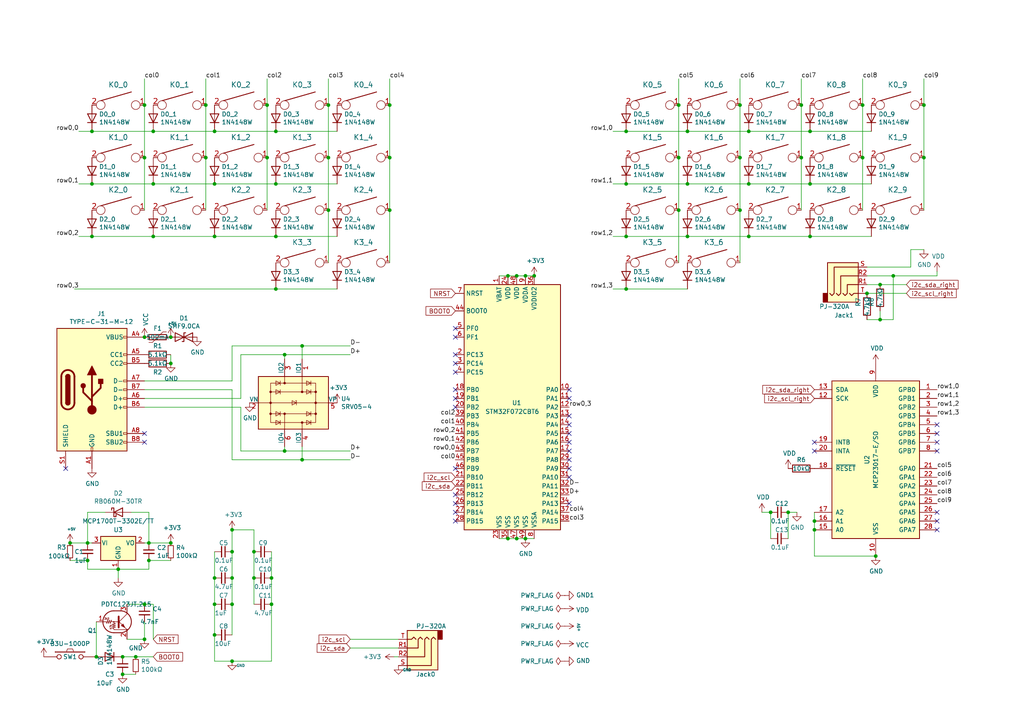
<source format=kicad_sch>
(kicad_sch (version 20230121) (generator eeschema)
  (paper "A4")
  (junction (at 254 161.29))
  (junction (at 35.56 195.58))
  (junction (at 44.45 53.34))
  (junction (at 181.61 68.58))
  (junction (at 80.01 83.82))
  (junction (at 77.47 30.48))
  (junction (at 199.39 38.1))
  (junction (at 234.95 38.1))
  (junction (at 196.85 60.96))
  (junction (at 95.25 30.48))
  (junction (at 59.69 45.72))
  (junction (at 236.22 153.67))
  (junction (at 26.67 53.34))
  (junction (at 43.18 157.48))
  (junction (at 196.85 45.72))
  (junction (at 196.85 30.48))
  (junction (at 67.31 191.77))
  (junction (at 26.67 38.1))
  (junction (at 41.91 97.79))
  (junction (at 62.23 53.34))
  (junction (at 113.03 45.72))
  (junction (at 67.31 160.02))
  (junction (at 234.95 68.58))
  (junction (at 214.63 60.96))
  (junction (at 214.63 30.48))
  (junction (at 62.23 167.64))
  (junction (at 62.23 68.58))
  (junction (at 181.61 83.82))
  (junction (at 214.63 45.72))
  (junction (at 267.97 45.72))
  (junction (at 181.61 53.34))
  (junction (at 228.6 148.59))
  (junction (at 41.91 45.72))
  (junction (at 87.63 133.35))
  (junction (at 67.31 153.67))
  (junction (at 27.94 190.5))
  (junction (at 199.39 68.58))
  (junction (at 152.4 80.01))
  (junction (at 25.4 157.48))
  (junction (at 234.95 53.34))
  (junction (at 41.91 30.48))
  (junction (at 80.01 53.34))
  (junction (at 232.41 45.72))
  (junction (at 80.01 68.58))
  (junction (at 62.23 184.15))
  (junction (at 82.55 102.87))
  (junction (at 250.19 30.48))
  (junction (at 149.86 80.01))
  (junction (at 77.47 45.72))
  (junction (at 62.23 175.26))
  (junction (at 49.53 105.41))
  (junction (at 217.17 53.34))
  (junction (at 34.29 165.1))
  (junction (at 44.45 38.1))
  (junction (at 147.32 80.01))
  (junction (at 255.27 82.55))
  (junction (at 43.18 162.56))
  (junction (at 39.37 190.5))
  (junction (at 25.4 162.56))
  (junction (at 49.53 97.79))
  (junction (at 154.94 80.01))
  (junction (at 41.91 175.26))
  (junction (at 80.01 38.1))
  (junction (at 95.25 45.72))
  (junction (at 251.46 85.09))
  (junction (at 152.4 156.21))
  (junction (at 250.19 45.72))
  (junction (at 95.25 60.96))
  (junction (at 82.55 130.81))
  (junction (at 44.45 68.58))
  (junction (at 78.74 167.64))
  (junction (at 199.39 53.34))
  (junction (at 87.63 100.33))
  (junction (at 73.66 167.64))
  (junction (at 255.27 92.71))
  (junction (at 67.31 167.64))
  (junction (at 20.32 157.48))
  (junction (at 149.86 156.21))
  (junction (at 217.17 38.1))
  (junction (at 41.91 185.42))
  (junction (at 232.41 30.48))
  (junction (at 267.97 30.48))
  (junction (at 67.31 175.26))
  (junction (at 78.74 175.26))
  (junction (at 147.32 156.21))
  (junction (at 259.08 80.01))
  (junction (at 181.61 38.1))
  (junction (at 223.52 148.59))
  (junction (at 113.03 60.96))
  (junction (at 73.66 160.02))
  (junction (at 236.22 151.13))
  (junction (at 26.67 68.58))
  (junction (at 35.56 190.5))
  (junction (at 49.53 157.48))
  (junction (at 217.17 68.58))
  (junction (at 59.69 30.48))
  (junction (at 113.03 30.48))
  (junction (at 62.23 38.1))
  (no_connect (at 271.78 125.73))
  (no_connect (at 132.08 102.87))
  (no_connect (at 132.08 146.05))
  (no_connect (at 271.78 151.13))
  (no_connect (at 132.08 113.03))
  (no_connect (at 41.91 128.27))
  (no_connect (at 271.78 130.81))
  (no_connect (at 132.08 97.79))
  (no_connect (at 132.08 148.59))
  (no_connect (at 236.22 130.81))
  (no_connect (at 165.1 128.27))
  (no_connect (at 165.1 115.57))
  (no_connect (at 271.78 128.27))
  (no_connect (at 132.08 115.57))
  (no_connect (at 165.1 138.43))
  (no_connect (at 165.1 123.19))
  (no_connect (at 132.08 107.95))
  (no_connect (at 165.1 125.73))
  (no_connect (at 41.91 125.73))
  (no_connect (at 132.08 95.25))
  (no_connect (at 271.78 153.67))
  (no_connect (at 236.22 128.27))
  (no_connect (at 19.05 135.89))
  (no_connect (at 165.1 130.81))
  (no_connect (at 132.08 151.13))
  (no_connect (at 132.08 135.89))
  (no_connect (at 165.1 133.35))
  (no_connect (at 132.08 143.51))
  (no_connect (at 388.62 93.98))
  (no_connect (at 165.1 120.65))
  (no_connect (at 271.78 123.19))
  (no_connect (at 132.08 118.11))
  (no_connect (at 165.1 113.03))
  (no_connect (at 165.1 135.89))
  (no_connect (at 271.78 148.59))
  (no_connect (at 132.08 105.41))
  (no_connect (at 165.1 146.05))
  (wire (pts (xy 217.17 68.58) (xy 234.95 68.58)))
  (wire (pts (xy 149.86 156.21) (xy 152.4 156.21)))
  (wire (pts (xy 149.86 80.01) (xy 152.4 80.01)))
  (wire (pts (xy 82.55 130.81) (xy 82.55 129.54)))
  (wire (pts (xy 113.03 45.72) (xy 113.03 60.96)))
  (wire (pts (xy 26.67 53.34) (xy 44.45 53.34)))
  (wire (pts (xy 251.46 77.47) (xy 264.16 77.47)))
  (wire (pts (xy 41.91 118.11) (xy 69.85 118.11)))
  (wire (pts (xy 73.66 167.64) (xy 73.66 175.26)))
  (wire (pts (xy 43.18 157.48) (xy 49.53 157.48)))
  (wire (pts (xy 73.66 160.02) (xy 73.66 167.64)))
  (wire (pts (xy 44.45 68.58) (xy 62.23 68.58)))
  (wire (pts (xy 177.8 68.58) (xy 181.61 68.58)))
  (wire (pts (xy 77.47 30.48) (xy 77.47 45.72)))
  (wire (pts (xy 95.25 30.48) (xy 95.25 45.72)))
  (wire (pts (xy 251.46 80.01) (xy 259.08 80.01)))
  (wire (pts (xy 223.52 156.21) (xy 223.52 148.59)))
  (wire (pts (xy 154.94 156.21) (xy 152.4 156.21)))
  (wire (pts (xy 22.86 68.58) (xy 26.67 68.58)))
  (wire (pts (xy 59.69 30.48) (xy 59.69 45.72)))
  (wire (pts (xy 236.22 148.59) (xy 236.22 151.13)))
  (wire (pts (xy 196.85 76.2) (xy 196.85 60.96)))
  (wire (pts (xy 25.4 157.48) (xy 20.32 157.48)))
  (wire (pts (xy 232.41 30.48) (xy 232.41 45.72)))
  (wire (pts (xy 144.78 156.21) (xy 147.32 156.21)))
  (wire (pts (xy 199.39 38.1) (xy 217.17 38.1)))
  (wire (pts (xy 177.8 38.1) (xy 181.61 38.1)))
  (wire (pts (xy 232.41 45.72) (xy 232.41 60.96)))
  (wire (pts (xy 271.78 80.01) (xy 271.78 78.74)))
  (wire (pts (xy 252.73 38.1) (xy 234.95 38.1)))
  (wire (pts (xy 196.85 30.48) (xy 196.85 45.72)))
  (wire (pts (xy 251.46 85.09) (xy 262.89 85.09)))
  (wire (pts (xy 67.31 153.67) (xy 73.66 153.67)))
  (wire (pts (xy 69.85 130.81) (xy 82.55 130.81)))
  (wire (pts (xy 59.69 22.86) (xy 59.69 30.48)))
  (wire (pts (xy 67.31 113.03) (xy 67.31 133.35)))
  (wire (pts (xy 152.4 80.01) (xy 154.94 80.01)))
  (wire (pts (xy 82.55 102.87) (xy 101.6 102.87)))
  (wire (pts (xy 255.27 92.71) (xy 251.46 92.71)))
  (wire (pts (xy 59.69 45.72) (xy 59.69 60.96)))
  (wire (pts (xy 95.25 22.86) (xy 95.25 30.48)))
  (wire (pts (xy 101.6 187.96) (xy 115.57 187.96)))
  (wire (pts (xy 78.74 167.64) (xy 78.74 160.02)))
  (wire (pts (xy 44.45 53.34) (xy 62.23 53.34)))
  (wire (pts (xy 82.55 130.81) (xy 101.6 130.81)))
  (wire (pts (xy 95.25 45.72) (xy 95.25 60.96)))
  (wire (pts (xy 43.18 148.59) (xy 38.1 148.59)))
  (wire (pts (xy 115.57 190.5) (xy 114.3 190.5)))
  (wire (pts (xy 41.91 185.42) (xy 41.91 180.34)))
  (wire (pts (xy 214.63 45.72) (xy 214.63 60.96)))
  (wire (pts (xy 214.63 22.86) (xy 214.63 30.48)))
  (wire (pts (xy 95.25 76.2) (xy 95.25 60.96)))
  (wire (pts (xy 69.85 118.11) (xy 69.85 130.81)))
  (wire (pts (xy 252.73 53.34) (xy 234.95 53.34)))
  (wire (pts (xy 144.78 80.01) (xy 147.32 80.01)))
  (wire (pts (xy 62.23 175.26) (xy 62.23 184.15)))
  (wire (pts (xy 214.63 60.96) (xy 214.63 76.2)))
  (wire (pts (xy 44.45 190.5) (xy 39.37 190.5)))
  (wire (pts (xy 236.22 153.67) (xy 236.22 161.29)))
  (wire (pts (xy 232.41 22.86) (xy 232.41 30.48)))
  (wire (pts (xy 251.46 82.55) (xy 255.27 82.55)))
  (wire (pts (xy 36.83 185.42) (xy 41.91 185.42)))
  (wire (pts (xy 80.01 53.34) (xy 62.23 53.34)))
  (wire (pts (xy 267.97 30.48) (xy 267.97 45.72)))
  (wire (pts (xy 87.63 133.35) (xy 87.63 129.54)))
  (wire (pts (xy 147.32 156.21) (xy 149.86 156.21)))
  (wire (pts (xy 49.53 102.87) (xy 49.53 105.41)))
  (wire (pts (xy 69.85 115.57) (xy 69.85 102.87)))
  (wire (pts (xy 67.31 160.02) (xy 67.31 167.64)))
  (wire (pts (xy 177.8 53.34) (xy 181.61 53.34)))
  (wire (pts (xy 25.4 157.48) (xy 25.4 148.59)))
  (wire (pts (xy 113.03 76.2) (xy 113.03 60.96)))
  (wire (pts (xy 214.63 30.48) (xy 214.63 45.72)))
  (wire (pts (xy 87.63 133.35) (xy 101.6 133.35)))
  (wire (pts (xy 25.4 148.59) (xy 30.48 148.59)))
  (wire (pts (xy 77.47 45.72) (xy 77.47 60.96)))
  (wire (pts (xy 264.16 77.47) (xy 264.16 72.39)))
  (wire (pts (xy 67.31 100.33) (xy 87.63 100.33)))
  (wire (pts (xy 255.27 92.71) (xy 259.08 92.71)))
  (wire (pts (xy 41.91 115.57) (xy 69.85 115.57)))
  (wire (pts (xy 27.94 180.34) (xy 27.94 190.5)))
  (wire (pts (xy 41.91 45.72) (xy 41.91 60.96)))
  (wire (pts (xy 267.97 45.72) (xy 267.97 60.96)))
  (wire (pts (xy 44.45 38.1) (xy 62.23 38.1)))
  (wire (pts (xy 177.8 83.82) (xy 181.61 83.82)))
  (wire (pts (xy 181.61 38.1) (xy 199.39 38.1)))
  (wire (pts (xy 82.55 102.87) (xy 82.55 104.14)))
  (wire (pts (xy 255.27 90.17) (xy 255.27 92.71)))
  (wire (pts (xy 67.31 160.02) (xy 67.31 153.67)))
  (wire (pts (xy 267.97 22.86) (xy 267.97 30.48)))
  (wire (pts (xy 259.08 80.01) (xy 271.78 80.01)))
  (wire (pts (xy 250.19 30.48) (xy 250.19 45.72)))
  (wire (pts (xy 62.23 191.77) (xy 67.31 191.77)))
  (wire (pts (xy 44.45 185.42) (xy 44.45 175.26)))
  (wire (pts (xy 34.29 165.1) (xy 34.29 167.64)))
  (wire (pts (xy 67.31 133.35) (xy 87.63 133.35)))
  (wire (pts (xy 41.91 22.86) (xy 41.91 30.48)))
  (wire (pts (xy 181.61 83.82) (xy 199.39 83.82)))
  (wire (pts (xy 62.23 184.15) (xy 62.23 191.77)))
  (wire (pts (xy 196.85 22.86) (xy 196.85 30.48)))
  (wire (pts (xy 34.29 165.1) (xy 43.18 165.1)))
  (wire (pts (xy 250.19 22.86) (xy 250.19 30.48)))
  (wire (pts (xy 97.79 38.1) (xy 80.01 38.1)))
  (wire (pts (xy 41.91 30.48) (xy 41.91 45.72)))
  (wire (pts (xy 67.31 110.49) (xy 67.31 100.33)))
  (wire (pts (xy 78.74 175.26) (xy 78.74 167.64)))
  (wire (pts (xy 252.73 68.58) (xy 234.95 68.58)))
  (wire (pts (xy 67.31 175.26) (xy 67.31 184.15)))
  (wire (pts (xy 78.74 191.77) (xy 78.74 175.26)))
  (wire (pts (xy 147.32 80.01) (xy 149.86 80.01)))
  (wire (pts (xy 36.83 175.26) (xy 41.91 175.26)))
  (wire (pts (xy 41.91 113.03) (xy 67.31 113.03)))
  (wire (pts (xy 69.85 102.87) (xy 82.55 102.87)))
  (wire (pts (xy 80.01 68.58) (xy 62.23 68.58)))
  (wire (pts (xy 259.08 92.71) (xy 259.08 80.01)))
  (wire (pts (xy 113.03 30.48) (xy 113.03 45.72)))
  (wire (pts (xy 43.18 162.56) (xy 49.53 162.56)))
  (wire (pts (xy 236.22 161.29) (xy 254 161.29)))
  (wire (pts (xy 67.31 167.64) (xy 67.31 175.26)))
  (wire (pts (xy 220.98 148.59) (xy 223.52 148.59)))
  (wire (pts (xy 41.91 110.49) (xy 67.31 110.49)))
  (wire (pts (xy 250.19 45.72) (xy 250.19 60.96)))
  (wire (pts (xy 231.14 148.59) (xy 228.6 148.59)))
  (wire (pts (xy 255.27 82.55) (xy 262.89 82.55)))
  (wire (pts (xy 181.61 53.34) (xy 199.39 53.34)))
  (wire (pts (xy 26.67 38.1) (xy 44.45 38.1)))
  (wire (pts (xy 25.4 165.1) (xy 34.29 165.1)))
  (wire (pts (xy 196.85 45.72) (xy 196.85 60.96)))
  (wire (pts (xy 22.86 38.1) (xy 26.67 38.1)))
  (wire (pts (xy 35.56 195.58) (xy 39.37 195.58)))
  (wire (pts (xy 26.67 157.48) (xy 25.4 157.48)))
  (wire (pts (xy 25.4 162.56) (xy 25.4 165.1)))
  (wire (pts (xy 97.79 53.34) (xy 80.01 53.34)))
  (wire (pts (xy 80.01 83.82) (xy 97.79 83.82)))
  (wire (pts (xy 236.22 151.13) (xy 236.22 153.67)))
  (wire (pts (xy 62.23 160.02) (xy 62.23 167.64)))
  (wire (pts (xy 228.6 156.21) (xy 228.6 148.59)))
  (wire (pts (xy 87.63 100.33) (xy 87.63 104.14)))
  (wire (pts (xy 22.86 53.34) (xy 26.67 53.34)))
  (wire (pts (xy 97.79 68.58) (xy 80.01 68.58)))
  (wire (pts (xy 199.39 68.58) (xy 217.17 68.58)))
  (wire (pts (xy 87.63 100.33) (xy 101.6 100.33)))
  (wire (pts (xy 77.47 22.86) (xy 77.47 30.48)))
  (wire (pts (xy 181.61 68.58) (xy 199.39 68.58)))
  (wire (pts (xy 20.32 162.56) (xy 25.4 162.56)))
  (wire (pts (xy 234.95 38.1) (xy 217.17 38.1)))
  (wire (pts (xy 21.59 83.82) (xy 80.01 83.82)))
  (wire (pts (xy 73.66 153.67) (xy 73.66 160.02)))
  (wire (pts (xy 264.16 72.39) (xy 267.97 72.39)))
  (wire (pts (xy 234.95 53.34) (xy 217.17 53.34)))
  (wire (pts (xy 44.45 175.26) (xy 41.91 175.26)))
  (wire (pts (xy 199.39 53.34) (xy 217.17 53.34)))
  (wire (pts (xy 67.31 191.77) (xy 78.74 191.77)))
  (wire (pts (xy 43.18 165.1) (xy 43.18 162.56)))
  (wire (pts (xy 26.67 68.58) (xy 44.45 68.58)))
  (wire (pts (xy 41.91 157.48) (xy 43.18 157.48)))
  (wire (pts (xy 43.18 157.48) (xy 43.18 148.59)))
  (wire (pts (xy 101.6 185.42) (xy 115.57 185.42)))
  (wire (pts (xy 39.37 190.5) (xy 35.56 190.5)))
  (wire (pts (xy 80.01 38.1) (xy 62.23 38.1)))
  (wire (pts (xy 113.03 22.86) (xy 113.03 30.48)))
  (wire (pts (xy 62.23 167.64) (xy 62.23 175.26)))
  (label "row1,3" (at 177.8 83.82 180))
  (label "col0" (at 41.91 22.86 0))
  (label "row0,3" (at 165.1 118.11 0))
  (label "col5" (at 196.85 22.86 0))
  (label "row1,3" (at 271.78 120.65 0))
  (label "col6" (at 214.63 22.86 0))
  (label "row0,1" (at 132.08 128.27 180))
  (label "col6" (at 271.78 138.43 0))
  (label "col8" (at 271.78 143.51 0))
  (label "row1,2" (at 271.78 118.11 0))
  (label "D-" (at 101.6 133.35 0))
  (label "col9" (at 271.78 146.05 0))
  (label "row0,3" (at 22.86 83.82 180))
  (label "D-" (at 101.6 100.33 0))
  (label "D+" (at 101.6 130.81 0))
  (label "col4" (at 165.1 148.59 0))
  (label "row0,0" (at 132.08 130.81 180))
  (label "col4" (at 113.03 22.86 0))
  (label "row1,1" (at 177.8 53.34 180))
  (label "col3" (at 95.25 22.86 0))
  (label "row1,0" (at 271.78 113.03 0))
  (label "col1" (at 132.08 123.19 180))
  (label "row1,1" (at 271.78 115.57 0))
  (label "row0,2" (at 22.86 68.58 180))
  (label "D+" (at 165.1 143.51 0))
  (label "col1" (at 59.69 22.86 0))
  (label "row0,0" (at 22.86 38.1 180))
  (label "col3" (at 165.1 151.13 0))
  (label "col8" (at 250.19 22.86 0))
  (label "col5" (at 271.78 135.89 0))
  (label "col7" (at 271.78 140.97 0))
  (label "D-" (at 165.1 140.97 0))
  (label "col2" (at 77.47 22.86 0))
  (label "col9" (at 267.97 22.86 0))
  (label "row0,2" (at 132.08 125.73 180))
  (label "row0,1" (at 22.86 53.34 180))
  (label "row1,2" (at 177.8 68.58 180))
  (label "col7" (at 232.41 22.86 0))
  (label "D+" (at 101.6 102.87 0))
  (label "col2" (at 132.08 120.65 180))
  (label "col0" (at 132.08 133.35 180))
  (label "row1,0" (at 177.8 38.1 180))
  (global_label "BOOT0" (shape input) (at 44.45 190.5 0) (property "Intersheetrefs" "${INTERSHEET_REFS}" (effects hide)))
  (global_label "NRST" (shape input) (at 132.08 85.09 180) (property "Intersheetrefs" "${INTERSHEET_REFS}" (effects hide)))
  (global_label "i2c_scl_right" (shape input) (at 262.89 85.09 0) (property "Intersheetrefs" "${INTERSHEET_REFS}" (effects hide)))
  (global_label "i2c_sda" (shape input) (at 101.6 187.96 180) (property "Intersheetrefs" "${INTERSHEET_REFS}" (effects hide)))
  (global_label "i2c_sda_right" (shape input) (at 236.22 113.03 180) (property "Intersheetrefs" "${INTERSHEET_REFS}" (effects hide)))
  (global_label "i2c_scl" (shape input) (at 101.6 185.42 180) (property "Intersheetrefs" "${INTERSHEET_REFS}" (effects hide)))
  (global_label "i2c_scl" (shape input) (at 132.08 138.43 180) (property "Intersheetrefs" "${INTERSHEET_REFS}" (effects hide)))
  (global_label "i2c_sda" (shape input) (at 132.08 140.97 180) (property "Intersheetrefs" "${INTERSHEET_REFS}" (effects hide)))
  (global_label "NRST" (shape input) (at 44.45 185.42 0) (property "Intersheetrefs" "${INTERSHEET_REFS}" (effects hide)))
  (global_label "BOOT0" (shape input) (at 132.08 90.17 180) (property "Intersheetrefs" "${INTERSHEET_REFS}" (effects hide)))
  (global_label "i2c_sda_right" (shape input) (at 262.89 82.55 0) (property "Intersheetrefs" "${INTERSHEET_REFS}" (effects hide)))
  (global_label "i2c_scl_right" (shape input) (at 236.22 115.57 180) (property "Intersheetrefs" "${INTERSHEET_REFS}" (effects hide)))
  (symbol (lib_id "Interface_Expansion:MCP23017_SO") (at 254 133.35 0) (unit 1)
    (property "Reference" "U2" (at 251.46 133.35 90))
    (property "Value" "MCP23017-E/SO" (at 254 133.35 90))
    (property "Footprint" "Package_SO:SOIC-28W_7.5x17.9mm_P1.27mm" (effects hide))
    (property "Datasheet" "http://ww1.microchip.com/downloads/en/DeviceDoc/20001952C.pdf" (effects hide))
    (property "LCSC Part" "C47023" (effects hide))
    (property "Part Name" "I/O Expander" (effects hide))
  )
  (symbol (lib_id "Device:R") (at 45.72 102.87 270) (unit 1)
    (property "Reference" "R1" (at 45.72 100.33 90))
    (property "Value" "5.1kΩ" (at 45.72 102.87 90))
    (property "Footprint" "Resistor_SMD:R_0805_2012Metric_Pad1.15x1.40mm_HandSolder" (effects hide))
    (property "LCSC Part" "C27834" (effects hide))
    (property "Part Name" "Resistor" (effects hide))
  )
  (symbol (lib_id "Device:R") (at 45.72 105.41 270) (unit 1)
    (property "Reference" "R2" (at 45.72 107.95 90))
    (property "Value" "5.1kΩ" (at 45.72 105.41 90))
    (property "Footprint" "Resistor_SMD:R_0805_2012Metric_Pad1.15x1.40mm_HandSolder" (effects hide))
    (property "LCSC Part" "C27834" (effects hide))
    (property "Part Name" "Resistor" (effects hide))
  )
  (symbol (lib_id "Device:C_Small") (at 226.06 148.59 270) (unit 1)
    (property "Reference" "C12" (at 224.79 146.05 90) (effects (justify left)))
    (property "Value" "0.1uF" (at 223.52 151.13 90) (effects (justify left)))
    (property "Footprint" "Capacitor_SMD:C_0805_2012Metric_Pad1.15x1.40mm_HandSolder" (effects hide))
    (property "LCSC Part" "C49678" (effects hide))
    (property "Part Name" "Capacitor" (effects hide))
  )
  (symbol (lib_id "keyboard_parts:KEYSW") (at 34.29 30.48 0) (unit 1)
    (property "Reference" "K0_0" (at 34.29 24.5618 0) (effects (font (size 1.524 1.524))))
    (property "Value" "KEYSW" (effects hide))
    (property "Footprint" "switches:MX" (effects hide))
    (property "DNP" "true" (effects hide))
    (property "JLCPCB BOM" "false" (effects hide))
    (property "Part Name" "Key" (effects hide))
  )
  (symbol (lib_id "Device:D") (at 26.67 34.29 90) (unit 1)
    (property "Reference" "D0_0" (at 28.702 33.1216 90) (effects (justify right)))
    (property "Value" "1N4148W" (at 28.702 35.433 90) (effects (justify right)))
    (property "Footprint" "Diode_SMD:D_SOD-123" (effects hide))
    (property "LCSC Part" "C81598" (effects hide))
    (property "Part Name" "Diode" (effects hide))
  )
  (symbol (lib_id "keyboard_parts:KEYSW") (at 34.29 45.72 0) (unit 1)
    (property "Reference" "K1_0" (at 34.29 39.8018 0) (effects (font (size 1.524 1.524))))
    (property "Value" "KEYSW" (effects hide))
    (property "Footprint" "switches:MX" (effects hide))
    (property "DNP" "true" (effects hide))
    (property "JLCPCB BOM" "false" (effects hide))
    (property "Part Name" "Key" (effects hide))
  )
  (symbol (lib_id "Device:D") (at 26.67 49.53 90) (unit 1)
    (property "Reference" "D1_0" (at 28.702 48.3616 90) (effects (justify right)))
    (property "Value" "1N4148W" (at 28.702 50.673 90) (effects (justify right)))
    (property "Footprint" "Diode_SMD:D_SOD-123" (effects hide))
    (property "LCSC Part" "C81598" (effects hide))
    (property "Part Name" "Diode" (effects hide))
  )
  (symbol (lib_id "Device:D") (at 44.45 34.29 90) (unit 1)
    (property "Reference" "D0_1" (at 46.482 33.1216 90) (effects (justify right)))
    (property "Value" "1N4148W" (at 46.482 35.433 90) (effects (justify right)))
    (property "Footprint" "Diode_SMD:D_SOD-123" (effects hide))
    (property "LCSC Part" "C81598" (effects hide))
    (property "Part Name" "Diode" (effects hide))
  )
  (symbol (lib_id "Device:D") (at 44.45 49.53 90) (unit 1)
    (property "Reference" "D1_1" (at 46.482 48.3616 90) (effects (justify right)))
    (property "Value" "1N4148W" (at 46.482 50.673 90) (effects (justify right)))
    (property "Footprint" "Diode_SMD:D_SOD-123" (effects hide))
    (property "LCSC Part" "C81598" (effects hide))
    (property "Part Name" "Diode" (effects hide))
  )
  (symbol (lib_id "keyboard_parts:KEYSW") (at 52.07 45.72 0) (unit 1)
    (property "Reference" "K1_1" (at 52.07 39.8018 0) (effects (font (size 1.524 1.524))))
    (property "Value" "KEYSW" (effects hide))
    (property "Footprint" "switches:MX" (effects hide))
    (property "DNP" "true" (effects hide))
    (property "JLCPCB BOM" "false" (effects hide))
    (property "Part Name" "Key" (effects hide))
  )
  (symbol (lib_id "keyboard_parts:KEYSW") (at 69.85 30.48 0) (unit 1)
    (property "Reference" "K0_2" (at 69.85 24.5618 0) (effects (font (size 1.524 1.524))))
    (property "Value" "KEYSW" (effects hide))
    (property "Footprint" "switches:MX" (effects hide))
    (property "DNP" "true" (effects hide))
    (property "JLCPCB BOM" "false" (effects hide))
    (property "Part Name" "Key" (effects hide))
  )
  (symbol (lib_id "Device:D") (at 62.23 34.29 90) (unit 1)
    (property "Reference" "D0_2" (at 64.262 33.1216 90) (effects (justify right)))
    (property "Value" "1N4148W" (at 64.262 35.433 90) (effects (justify right)))
    (property "Footprint" "Diode_SMD:D_SOD-123" (effects hide))
    (property "LCSC Part" "C81598" (effects hide))
    (property "Part Name" "Diode" (effects hide))
  )
  (symbol (lib_id "keyboard_parts:KEYSW") (at 52.07 30.48 0) (unit 1)
    (property "Reference" "K0_1" (at 52.07 24.5618 0) (effects (font (size 1.524 1.524))))
    (property "Value" "KEYSW" (effects hide))
    (property "Footprint" "switches:MX" (effects hide))
    (property "DNP" "true" (effects hide))
    (property "JLCPCB BOM" "false" (effects hide))
    (property "Part Name" "Key" (effects hide))
  )
  (symbol (lib_id "keyboard_parts:KEYSW") (at 69.85 45.72 0) (unit 1)
    (property "Reference" "K1_2" (at 69.85 39.8018 0) (effects (font (size 1.524 1.524))))
    (property "Value" "KEYSW" (effects hide))
    (property "Footprint" "switches:MX" (effects hide))
    (property "DNP" "true" (effects hide))
    (property "JLCPCB BOM" "false" (effects hide))
    (property "Part Name" "Key" (effects hide))
  )
  (symbol (lib_id "Device:D") (at 62.23 49.53 90) (unit 1)
    (property "Reference" "D1_2" (at 64.262 48.3616 90) (effects (justify right)))
    (property "Value" "1N4148W" (at 64.262 50.673 90) (effects (justify right)))
    (property "Footprint" "Diode_SMD:D_SOD-123" (effects hide))
    (property "LCSC Part" "C81598" (effects hide))
    (property "Part Name" "Diode" (effects hide))
  )
  (symbol (lib_id "keyboard_parts:KEYSW") (at 34.29 60.96 0) (unit 1)
    (property "Reference" "K2_0" (at 34.29 55.0418 0) (effects (font (size 1.524 1.524))))
    (property "Value" "KEYSW" (effects hide))
    (property "Footprint" "switches:MX" (effects hide))
    (property "DNP" "true" (effects hide))
    (property "JLCPCB BOM" "false" (effects hide))
    (property "Part Name" "Key" (effects hide))
  )
  (symbol (lib_id "Device:D") (at 26.67 64.77 90) (unit 1)
    (property "Reference" "D2_0" (at 28.702 63.6016 90) (effects (justify right)))
    (property "Value" "1N4148W" (at 28.702 65.913 90) (effects (justify right)))
    (property "Footprint" "Diode_SMD:D_SOD-123" (effects hide))
    (property "LCSC Part" "C81598" (effects hide))
    (property "Part Name" "Diode" (effects hide))
  )
  (symbol (lib_id "keyboard_parts:KEYSW") (at 52.07 60.96 0) (unit 1)
    (property "Reference" "K2_1" (at 52.07 55.0418 0) (effects (font (size 1.524 1.524))))
    (property "Value" "KEYSW" (effects hide))
    (property "Footprint" "switches:MX" (effects hide))
    (property "DNP" "true" (effects hide))
    (property "JLCPCB BOM" "false" (effects hide))
    (property "Part Name" "Key" (effects hide))
  )
  (symbol (lib_id "keyboard_parts:KEYSW") (at 69.85 60.96 0) (unit 1)
    (property "Reference" "K2_2" (at 69.85 55.0418 0) (effects (font (size 1.524 1.524))))
    (property "Value" "KEYSW" (effects hide))
    (property "Footprint" "switches:MX" (effects hide))
    (property "DNP" "true" (effects hide))
    (property "JLCPCB BOM" "false" (effects hide))
    (property "Part Name" "Key" (effects hide))
  )
  (symbol (lib_id "Device:D") (at 44.45 64.77 90) (unit 1)
    (property "Reference" "D2_1" (at 46.482 63.6016 90) (effects (justify right)))
    (property "Value" "1N4148W" (at 46.482 65.913 90) (effects (justify right)))
    (property "Footprint" "Diode_SMD:D_SOD-123" (effects hide))
    (property "LCSC Part" "C81598" (effects hide))
    (property "Part Name" "Diode" (effects hide))
  )
  (symbol (lib_id "Device:D") (at 62.23 64.77 90) (unit 1)
    (property "Reference" "D2_2" (at 64.262 63.6016 90) (effects (justify right)))
    (property "Value" "1N4148W" (at 64.262 65.913 90) (effects (justify right)))
    (property "Footprint" "Diode_SMD:D_SOD-123" (effects hide))
    (property "LCSC Part" "C81598" (effects hide))
    (property "Part Name" "Diode" (effects hide))
  )
  (symbol (lib_id "keyboard_parts:KEYSW") (at 87.63 30.48 0) (unit 1)
    (property "Reference" "K0_3" (at 87.63 24.5618 0) (effects (font (size 1.524 1.524))))
    (property "Value" "KEYSW" (effects hide))
    (property "Footprint" "switches:MX" (effects hide))
    (property "DNP" "true" (effects hide))
    (property "JLCPCB BOM" "false" (effects hide))
    (property "Part Name" "Key" (effects hide))
  )
  (symbol (lib_id "keyboard_parts:KEYSW") (at 87.63 45.72 0) (unit 1)
    (property "Reference" "K1_3" (at 87.63 39.8018 0) (effects (font (size 1.524 1.524))))
    (property "Value" "KEYSW" (effects hide))
    (property "Footprint" "switches:MX" (effects hide))
    (property "DNP" "true" (effects hide))
    (property "JLCPCB BOM" "false" (effects hide))
    (property "Part Name" "Key" (effects hide))
  )
  (symbol (lib_id "keyboard_parts:KEYSW") (at 87.63 60.96 0) (unit 1)
    (property "Reference" "K2_3" (at 87.63 55.0418 0) (effects (font (size 1.524 1.524))))
    (property "Value" "KEYSW" (effects hide))
    (property "Footprint" "switches:MX" (effects hide))
    (property "DNP" "true" (effects hide))
    (property "JLCPCB BOM" "false" (effects hide))
    (property "Part Name" "Key" (effects hide))
  )
  (symbol (lib_id "Device:D") (at 80.01 34.29 90) (unit 1)
    (property "Reference" "D0_3" (at 82.042 33.1216 90) (effects (justify right)))
    (property "Value" "1N4148W" (at 82.042 35.433 90) (effects (justify right)))
    (property "Footprint" "Diode_SMD:D_SOD-123" (effects hide))
    (property "LCSC Part" "C81598" (effects hide))
    (property "Part Name" "Diode" (effects hide))
  )
  (symbol (lib_id "Device:D") (at 80.01 49.53 90) (unit 1)
    (property "Reference" "D1_3" (at 82.042 48.3616 90) (effects (justify right)))
    (property "Value" "1N4148W" (at 82.042 50.673 90) (effects (justify right)))
    (property "Footprint" "Diode_SMD:D_SOD-123" (effects hide))
    (property "LCSC Part" "C81598" (effects hide))
    (property "Part Name" "Diode" (effects hide))
  )
  (symbol (lib_id "Device:D") (at 80.01 64.77 90) (unit 1)
    (property "Reference" "D2_3" (at 82.042 63.6016 90) (effects (justify right)))
    (property "Value" "1N4148W" (at 82.042 65.913 90) (effects (justify right)))
    (property "Footprint" "Diode_SMD:D_SOD-123" (effects hide))
    (property "LCSC Part" "C81598" (effects hide))
    (property "Part Name" "Diode" (effects hide))
  )
  (symbol (lib_id "keyboard_parts:KEYSW") (at 105.41 30.48 0) (unit 1)
    (property "Reference" "K0_4" (at 105.41 24.5618 0) (effects (font (size 1.524 1.524))))
    (property "Value" "KEYSW" (effects hide))
    (property "Footprint" "switches:MX" (effects hide))
    (property "DNP" "true" (effects hide))
    (property "JLCPCB BOM" "false" (effects hide))
    (property "Part Name" "Key" (effects hide))
  )
  (symbol (lib_id "Device:D") (at 97.79 34.29 90) (unit 1)
    (property "Reference" "D0_4" (at 99.822 33.1216 90) (effects (justify right)))
    (property "Value" "1N4148W" (at 99.822 35.433 90) (effects (justify right)))
    (property "Footprint" "Diode_SMD:D_SOD-123" (effects hide))
    (property "LCSC Part" "C81598" (effects hide))
    (property "Part Name" "Diode" (effects hide))
  )
  (symbol (lib_id "keyboard_parts:KEYSW") (at 105.41 45.72 0) (unit 1)
    (property "Reference" "K1_4" (at 105.41 39.8018 0) (effects (font (size 1.524 1.524))))
    (property "Value" "KEYSW" (effects hide))
    (property "Footprint" "switches:MX" (effects hide))
    (property "DNP" "true" (effects hide))
    (property "JLCPCB BOM" "false" (effects hide))
    (property "Part Name" "Key" (effects hide))
  )
  (symbol (lib_id "Device:D") (at 97.79 49.53 90) (unit 1)
    (property "Reference" "D1_4" (at 99.822 48.3616 90) (effects (justify right)))
    (property "Value" "1N4148W" (at 99.822 50.673 90) (effects (justify right)))
    (property "Footprint" "Diode_SMD:D_SOD-123" (effects hide))
    (property "LCSC Part" "C81598" (effects hide))
    (property "Part Name" "Diode" (effects hide))
  )
  (symbol (lib_id "keyboard_parts:KEYSW") (at 105.41 60.96 0) (unit 1)
    (property "Reference" "K2_4" (at 105.41 55.0418 0) (effects (font (size 1.524 1.524))))
    (property "Value" "KEYSW" (effects hide))
    (property "Footprint" "switches:MX" (effects hide))
    (property "DNP" "true" (effects hide))
    (property "JLCPCB BOM" "false" (effects hide))
    (property "Part Name" "Key" (effects hide))
  )
  (symbol (lib_id "Device:D") (at 97.79 64.77 90) (unit 1)
    (property "Reference" "D2_4" (at 99.822 63.6016 90) (effects (justify right)))
    (property "Value" "1N4148W" (at 99.822 65.913 90) (effects (justify right)))
    (property "Footprint" "Diode_SMD:D_SOD-123" (effects hide))
    (property "LCSC Part" "C81598" (effects hide))
    (property "Part Name" "Diode" (effects hide))
  )
  (symbol (lib_id "keyboard_parts:KEYSW") (at 87.63 76.2 0) (unit 1)
    (property "Reference" "K3_3" (at 87.63 70.2818 0) (effects (font (size 1.524 1.524))))
    (property "Value" "KEYSW" (effects hide))
    (property "Footprint" "switches:MX" (effects hide))
    (property "DNP" "true" (effects hide))
    (property "JLCPCB BOM" "false" (effects hide))
    (property "Part Name" "Key" (effects hide))
  )
  (symbol (lib_id "keyboard_parts:KEYSW") (at 105.41 76.2 0) (unit 1)
    (property "Reference" "K3_4" (at 105.41 70.2818 0) (effects (font (size 1.524 1.524))))
    (property "Value" "KEYSW" (effects hide))
    (property "Footprint" "switches:MX" (effects hide))
    (property "DNP" "true" (effects hide))
    (property "JLCPCB BOM" "false" (effects hide))
    (property "Part Name" "Key" (effects hide))
  )
  (symbol (lib_id "Device:D") (at 80.01 80.01 90) (unit 1)
    (property "Reference" "D3_3" (at 82.042 78.8416 90) (effects (justify right)))
    (property "Value" "1N4148W" (at 82.042 81.153 90) (effects (justify right)))
    (property "Footprint" "Diode_SMD:D_SOD-123" (effects hide))
    (property "LCSC Part" "C81598" (effects hide))
    (property "Part Name" "Diode" (effects hide))
  )
  (symbol (lib_id "Device:D") (at 97.79 80.01 90) (unit 1)
    (property "Reference" "D3_4" (at 99.822 78.8416 90) (effects (justify right)))
    (property "Value" "1N4148W" (at 99.822 81.153 90) (effects (justify right)))
    (property "Footprint" "Diode_SMD:D_SOD-123" (effects hide))
    (property "LCSC Part" "C81598" (effects hide))
    (property "Part Name" "Diode" (effects hide))
  )
  (symbol (lib_id "Connector:USB_C_Receptacle_USB2.0") (at 26.67 113.03 0) (unit 1)
    (property "Reference" "J1" (at 29.3878 91.0082 0))
    (property "Value" "TYPE-C-31-M-12" (at 29.3878 93.3196 0))
    (property "Footprint" "Connector_USB:USB_C_Receptacle_HRO_TYPE-C-31-M-12" (effects hide))
    (property "Datasheet" "https://www.usb.org/sites/default/files/documents/usb_type-c.zip" (effects hide))
    (property "LCSC Part" "C165948" (effects hide))
    (property "Part Name" "USB C" (effects hide))
  )
  (symbol (lib_id "Device:Polyfuse") (at 45.72 97.79 270) (unit 1)
    (property "Reference" "F1" (at 45.72 95.25 90))
    (property "Value" "500mA" (at 45.72 97.79 90))
    (property "Footprint" "Fuse:Fuse_1206_3216Metric" (effects hide))
    (property "LCSC Part" "C151162" (effects hide))
    (property "Part Name" "Polyfuse" (effects hide))
  )
  (symbol (lib_id "power:+5V") (at 49.53 97.79 0) (unit 1)
    (property "Reference" "#PWR0102" (effects hide))
    (property "Value" "+5V" (at 49.911 93.7768 0) (effects (font (size 0.762 0.762))))
  )
  (symbol (lib_id "Connector:AudioJack4") (at 246.38 80.01 0) (unit 1)
    (property "Reference" "Jack1" (at 247.65 91.44 0) (effects (justify right)))
    (property "Value" "PJ-320A" (at 246.38 88.9 0) (effects (justify right)))
    (property "Footprint" "kbd:TRRS-PJ-320A" (effects hide))
    (property "LCSC Part" "C12569" (effects hide))
    (property "Part Name" "TRRS Jack" (effects hide))
  )
  (symbol (lib_id "power:GND") (at 115.57 193.04 0) (unit 1)
    (property "Reference" "#PWR0106" (effects hide))
    (property "Value" "GND" (at 116.84 194.31 0) (effects (font (size 0.762 0.762)) (justify left)))
  )
  (symbol (lib_id "power:VCC") (at 41.91 97.79 0) (unit 1)
    (property "Reference" "#PWR0109" (effects hide))
    (property "Value" "VCC" (at 42.291 94.5642 90) (effects (justify left)))
  )
  (symbol (lib_id "MCU_ST_STM32F0:STM32F072CBUx") (at 149.86 118.11 0) (unit 1)
    (property "Reference" "U1" (at 149.86 116.84 0))
    (property "Value" "STM32F072CBT6" (at 148.59 119.38 0))
    (property "Footprint" "breakout_pins:Dual_MCU_QFP_QFN_48_with_breakout_pins" (effects hide))
    (property "Datasheet" "http://www.st.com/st-web-ui/static/active/en/resource/technical/document/datasheet/DM00090510.pdf" (effects hide))
    (property "LCSC Part" "C81720" (effects hide))
    (property "Part Name" "MCU" (effects hide))
  )
  (symbol (lib_id "Power_Protection:SRV05-4") (at 85.09 116.84 270) (unit 1)
    (property "Reference" "U4" (at 98.9076 115.6716 90) (effects (justify left)))
    (property "Value" "SRV05-4" (at 98.9076 117.983 90) (effects (justify left)))
    (property "Footprint" "Package_TO_SOT_SMD:SOT-23-6" (effects hide))
    (property "Datasheet" "http://www.onsemi.com/pub/Collateral/SRV05-4-D.PDF" (effects hide))
    (property "LCSC Part" "C558418" (effects hide))
    (property "Part Name" "TVS Diode Array" (effects hide))
  )
  (symbol (lib_id "power:GND") (at 254 161.29 0) (unit 1)
    (property "Reference" "#PWR0118" (effects hide))
    (property "Value" "GND" (at 254.127 165.6842 0))
  )
  (symbol (lib_id "power:GND") (at 231.14 148.59 0) (unit 1)
    (property "Reference" "#PWR0120" (effects hide))
    (property "Value" "GND" (at 231.267 152.9842 0))
  )
  (symbol (lib_id "power:+3.3V") (at 154.94 80.01 0) (unit 1)
    (property "Reference" "#PWR0101" (effects hide))
    (property "Value" "+3.3V" (at 155.321 75.6158 0))
  )
  (symbol (lib_id "Device:C_Small") (at 35.56 193.04 0) (unit 1)
    (property "Reference" "C3" (at 30.48 195.58 0) (effects (justify left)))
    (property "Value" "10uF" (at 27.94 198.12 0) (effects (justify left)))
    (property "Footprint" "Capacitor_SMD:C_0805_2012Metric_Pad1.15x1.40mm_HandSolder" (effects hide))
    (property "LCSC Part" "C17024" (effects hide))
    (property "Part Name" "Capacitor" (effects hide))
  )
  (symbol (lib_id "Device:R_Small") (at 39.37 193.04 0) (unit 1)
    (property "Reference" "R5" (at 40.8686 191.8716 0) (effects (justify left)))
    (property "Value" "100kΩ" (at 40.8686 194.183 0) (effects (justify left)))
    (property "Footprint" "Resistor_SMD:R_0805_2012Metric_Pad1.15x1.40mm_HandSolder" (effects hide))
    (property "LCSC Part" "C149504" (effects hide))
    (property "Part Name" "Resistor" (effects hide))
  )
  (symbol (lib_id "Device:D") (at 31.75 190.5 180) (unit 1)
    (property "Reference" "D3" (at 29.21 193.04 90) (effects (justify right)))
    (property "Value" "1N4148W" (at 31.75 193.04 90) (effects (justify right)))
    (property "Footprint" "Diode_SMD:D_SOD-123" (effects hide))
    (property "LCSC Part" "C81598" (effects hide))
    (property "Part Name" "Diode" (effects hide))
  )
  (symbol (lib_id "power:GND") (at 72.39 116.84 0) (unit 1)
    (property "Reference" "#PWR0128" (effects hide))
    (property "Value" "GND" (at 72.517 121.2342 0))
  )
  (symbol (lib_id "power:+3.3V") (at 97.79 116.84 0) (unit 1)
    (property "Reference" "#PWR0129" (effects hide))
    (property "Value" "+3.3V" (at 98.171 112.4458 0))
  )
  (symbol (lib_id "keyboard_parts:SW_PUSH") (at 20.32 190.5 0) (unit 1)
    (property "Reference" "SW1" (at 20.32 190.5 0))
    (property "Value" "B3U-1000P" (at 20.32 186.69 0))
    (property "Footprint" "Button_Switch_SMD:SW_SPST_B3U-1000P" (effects hide))
    (property "LCSC Part" "C231329" (effects hide))
    (property "Part Name" "Reset" (effects hide))
  )
  (symbol (lib_id "power:+3.3V") (at 12.7 190.5 0) (unit 1)
    (property "Reference" "#PWR0104" (effects hide))
    (property "Value" "+3.3V" (at 13.081 186.1058 0))
  )
  (symbol (lib_id "Device:C_Small") (at 41.91 177.8 0) (unit 1)
    (property "Reference" "C4" (at 44.2468 176.6316 0) (effects (justify left)))
    (property "Value" "4.7nF" (at 40.64 180.34 0) (effects (justify left)))
    (property "Footprint" "Capacitor_SMD:C_0805_2012Metric_Pad1.15x1.40mm_HandSolder" (effects hide))
    (property "LCSC Part" "C717014" (effects hide))
    (property "Part Name" "Capacitor" (effects hide))
  )
  (symbol (lib_id "Transistor_BJT:DTC123J") (at 34.29 180.34 0) (unit 1)
    (property "Reference" "Q1" (at 25.4 182.88 0) (effects (justify left)))
    (property "Value" "PDTC123JT,215" (at 29.21 175.26 0) (effects (justify left)))
    (property "Footprint" "Package_TO_SOT_SMD:SOT-23" (effects hide))
    (property "LCSC Part" "C406040" (effects hide))
    (property "Part Name" "NPN Transistor" (effects hide))
  )
  (symbol (lib_id "Device:D_TVS") (at 53.34 97.79 0) (unit 1)
    (property "Reference" "D1" (at 53.34 92.2782 0))
    (property "Value" "SMF9.0CA" (at 53.34 94.5896 0))
    (property "Footprint" "Diode_SMD:D_SOD-123" (effects hide))
    (property "LCSC Part" "C435473" (effects hide))
    (property "Part Name" "Bidirectional Diode" (effects hide))
  )
  (symbol (lib_id "Regulator_Linear:MCP1700-3302E_SOT23") (at 34.29 157.48 0) (unit 1)
    (property "Reference" "U3" (at 34.29 153.67 0))
    (property "Value" "MCP1700T-3302E/TT" (at 34.29 151.13 0))
    (property "Footprint" "Package_TO_SOT_SMD:SOT-23" (effects hide))
    (property "Datasheet" "http://ww1.microchip.com/downloads/en/DeviceDoc/20001826D.pdf" (effects hide))
    (property "LCSC Part" "C39051" (effects hide))
    (property "Part Name" "Dropout Regulator" (effects hide))
  )
  (symbol (lib_id "Diode:SB160") (at 34.29 148.59 0) (unit 1)
    (property "Reference" "D2" (at 34.29 143.0782 0))
    (property "Value" "RB060M-30TR" (at 34.29 145.3896 0))
    (property "Footprint" "Diode_SMD:D_SOD-123" (effects hide))
    (property "Datasheet" "http://www.diodes.com/_files/datasheets/ds23022.pdf" (effects hide))
    (property "LCSC Part" "C559324" (effects hide))
    (property "Part Name" "Schottky Barrier Diode" (effects hide))
  )
  (symbol (lib_id "power:VDD") (at 271.78 78.74 0) (unit 1)
    (property "Reference" "#PWR0130" (effects hide))
    (property "Value" "VDD" (at 272.161 74.3458 0))
  )
  (symbol (lib_id "power:GND") (at 267.97 72.39 0) (unit 1)
    (property "Reference" "#PWR0131" (effects hide))
    (property "Value" "GND" (at 268.097 76.7842 0))
  )
  (symbol (lib_id "Device:C_Small") (at 43.18 160.02 0) (unit 1)
    (property "Reference" "C2" (at 45.5168 158.8516 0) (effects (justify left)))
    (property "Value" "1uF" (at 45.5168 161.163 0) (effects (justify left)))
    (property "Footprint" "Capacitor_SMD:C_0805_2012Metric_Pad1.15x1.40mm_HandSolder" (effects hide))
    (property "LCSC Part" "C28323" (effects hide))
    (property "Part Name" "Capacitor" (effects hide))
  )
  (symbol (lib_id "Device:R_Small") (at 49.53 160.02 0) (unit 1)
    (property "Reference" "R4" (at 51.0286 158.8516 0) (effects (justify left)))
    (property "Value" "100kΩ" (at 51.0286 161.163 0) (effects (justify left)))
    (property "Footprint" "Resistor_SMD:R_0805_2012Metric_Pad1.15x1.40mm_HandSolder" (effects hide))
    (property "LCSC Part" "C149504" (effects hide))
    (property "Part Name" "Resistor" (effects hide))
  )
  (symbol (lib_id "Device:C_Small") (at 25.4 160.02 0) (unit 1)
    (property "Reference" "C1" (at 21.59 160.02 0) (effects (justify left)))
    (property "Value" "1uF" (at 21.59 162.56 0) (effects (justify left)))
    (property "Footprint" "Capacitor_SMD:C_0805_2012Metric_Pad1.15x1.40mm_HandSolder" (effects hide))
    (property "LCSC Part" "C28323" (effects hide))
    (property "Part Name" "Capacitor" (effects hide))
  )
  (symbol (lib_id "Device:R_Small") (at 20.32 160.02 0) (unit 1)
    (property "Reference" "R3" (at 16.51 158.75 0) (effects (justify left)))
    (property "Value" "100kΩ" (at 13.97 161.29 0) (effects (justify left)))
    (property "Footprint" "Resistor_SMD:R_0805_2012Metric_Pad1.15x1.40mm_HandSolder" (effects hide))
    (property "LCSC Part" "C149504" (effects hide))
    (property "Part Name" "Resistor" (effects hide))
  )
  (symbol (lib_id "power:+5V") (at 20.32 157.48 0) (unit 1)
    (property "Reference" "#PWR0113" (effects hide))
    (property "Value" "+5V" (at 20.701 153.4668 0) (effects (font (size 0.762 0.762))))
  )
  (symbol (lib_id "power:+3.3V") (at 49.53 157.48 0) (unit 1)
    (property "Reference" "#PWR0114" (effects hide))
    (property "Value" "+3.3V" (at 49.911 153.0858 0))
  )
  (symbol (lib_id "Device:C_Small") (at 64.77 175.26 270) (unit 1)
    (property "Reference" "C7" (at 63.5 172.72 90) (effects (justify left)))
    (property "Value" "1uF" (at 62.23 177.8 90) (effects (justify left)))
    (property "Footprint" "Capacitor_SMD:C_0805_2012Metric_Pad1.15x1.40mm_HandSolder" (effects hide))
    (property "LCSC Part" "C28323" (effects hide))
    (property "Part Name" "Capacitor" (effects hide))
  )
  (symbol (lib_id "Device:C_Small") (at 64.77 167.64 270) (unit 1)
    (property "Reference" "C6" (at 63.5 165.1 90) (effects (justify left)))
    (property "Value" "4.7uF" (at 62.23 170.18 90) (effects (justify left)))
    (property "Footprint" "Capacitor_SMD:C_0805_2012Metric_Pad1.15x1.40mm_HandSolder" (effects hide))
    (property "LCSC Part" "C87998	" (effects hide))
    (property "Part Name" "Capacitor" (effects hide))
  )
  (symbol (lib_id "Device:C_Small") (at 64.77 184.15 270) (unit 1)
    (property "Reference" "C8" (at 63.5 181.61 90) (effects (justify left)))
    (property "Value" "10uF" (at 62.23 186.69 90) (effects (justify left)))
    (property "Footprint" "Capacitor_SMD:C_0805_2012Metric_Pad1.15x1.40mm_HandSolder" (effects hide))
    (property "LCSC Part" "C17024" (effects hide))
    (property "Part Name" "Capacitor" (effects hide))
  )
  (symbol (lib_id "Device:C_Small") (at 64.77 160.02 270) (unit 1)
    (property "Reference" "C5" (at 63.5 157.48 90) (effects (justify left)))
    (property "Value" "0.1uF" (at 62.23 162.56 90) (effects (justify left)))
    (property "Footprint" "Capacitor_SMD:C_0805_2012Metric_Pad1.15x1.40mm_HandSolder" (effects hide))
    (property "LCSC Part" "C49678" (effects hide))
    (property "Part Name" "Capacitor" (effects hide))
  )
  (symbol (lib_id "Device:C_Small") (at 76.2 160.02 270) (unit 1)
    (property "Reference" "C9" (at 74.93 157.48 90) (effects (justify left)))
    (property "Value" "0.1uF" (at 73.66 162.56 90) (effects (justify left)))
    (property "Footprint" "Capacitor_SMD:C_0805_2012Metric_Pad1.15x1.40mm_HandSolder" (effects hide))
    (property "LCSC Part" "C49678" (effects hide))
    (property "Part Name" "Capacitor" (effects hide))
  )
  (symbol (lib_id "Device:C_Small") (at 76.2 167.64 270) (unit 1)
    (property "Reference" "C10" (at 74.93 165.1 90) (effects (justify left)))
    (property "Value" "0.1uF" (at 73.66 170.18 90) (effects (justify left)))
    (property "Footprint" "Capacitor_SMD:C_0805_2012Metric_Pad1.15x1.40mm_HandSolder" (effects hide))
    (property "LCSC Part" "C49678" (effects hide))
    (property "Part Name" "Capacitor" (effects hide))
  )
  (symbol (lib_id "Device:C_Small") (at 76.2 175.26 270) (unit 1)
    (property "Reference" "C11" (at 74.93 172.72 90) (effects (justify left)))
    (property "Value" "4.7uF" (at 73.66 177.8 90) (effects (justify left)))
    (property "Footprint" "Capacitor_SMD:C_0805_2012Metric_Pad1.15x1.40mm_HandSolder" (effects hide))
    (property "LCSC Part" "C87998	" (effects hide))
    (property "Part Name" "Capacitor" (effects hide))
  )
  (symbol (lib_id "power:+3.3V") (at 67.31 153.67 0) (unit 1)
    (property "Reference" "#PWR0115" (effects hide))
    (property "Value" "+3.3V" (at 67.691 149.2758 0))
  )
  (symbol (lib_id "power:GND") (at 67.31 191.77 0) (unit 1)
    (property "Reference" "#PWR0116" (effects hide))
    (property "Value" "GND" (at 68.58 193.04 0) (effects (font (size 0.762 0.762)) (justify left)))
  )
  (symbol (lib_id "Device:C_Small") (at 226.06 156.21 270) (unit 1)
    (property "Reference" "C13" (at 224.79 153.67 90) (effects (justify left)))
    (property "Value" "0.1uF" (at 223.52 158.75 90) (effects (justify left)))
    (property "Footprint" "Capacitor_SMD:C_0805_2012Metric_Pad1.15x1.40mm_HandSolder" (effects hide))
    (property "LCSC Part" "C49678" (effects hide))
    (property "Part Name" "Capacitor" (effects hide))
  )
  (symbol (lib_id "Device:R") (at 232.41 135.89 270) (unit 1)
    (property "Reference" "R6" (at 232.41 133.35 90))
    (property "Value" "10kΩ" (at 232.41 135.89 90))
    (property "Footprint" "Resistor_SMD:R_0805_2012Metric_Pad1.15x1.40mm_HandSolder" (effects hide))
    (property "LCSC Part" "C17414" (effects hide))
    (property "Part Name" "Resistor" (effects hide))
  )
  (symbol (lib_id "power:+3.3V") (at 114.3 190.5 90) (unit 1)
    (property "Reference" "#PWR0117" (effects hide))
    (property "Value" "+3.3V" (at 107.95 190.5 90))
  )
  (symbol (lib_id "keyboard_parts:KEYSW") (at 189.23 30.48 0) (unit 1)
    (property "Reference" "K0_5" (at 189.23 24.5618 0) (effects (font (size 1.524 1.524))))
    (property "Value" "KEYSW" (effects hide))
    (property "Footprint" "switches:MX" (effects hide))
    (property "DNP" "true" (effects hide))
    (property "JLCPCB BOM" "false" (effects hide))
    (property "Part Name" "Key" (effects hide))
  )
  (symbol (lib_id "Device:D") (at 181.61 34.29 90) (unit 1)
    (property "Reference" "D0_5" (at 183.642 33.1216 90) (effects (justify right)))
    (property "Value" "1N4148W" (at 183.642 35.433 90) (effects (justify right)))
    (property "Footprint" "Diode_SMD:D_SOD-123" (effects hide))
    (property "LCSC Part" "C81598" (effects hide))
    (property "Part Name" "Diode" (effects hide))
  )
  (symbol (lib_id "keyboard_parts:KEYSW") (at 189.23 45.72 0) (unit 1)
    (property "Reference" "K1_5" (at 189.23 39.8018 0) (effects (font (size 1.524 1.524))))
    (property "Value" "KEYSW" (effects hide))
    (property "Footprint" "switches:MX" (effects hide))
    (property "DNP" "true" (effects hide))
    (property "JLCPCB BOM" "false" (effects hide))
    (property "Part Name" "Key" (effects hide))
  )
  (symbol (lib_id "Device:D") (at 181.61 49.53 90) (unit 1)
    (property "Reference" "D1_5" (at 183.642 48.3616 90) (effects (justify right)))
    (property "Value" "1N4148W" (at 183.642 50.673 90) (effects (justify right)))
    (property "Footprint" "Diode_SMD:D_SOD-123" (effects hide))
    (property "LCSC Part" "C81598" (effects hide))
    (property "Part Name" "Diode" (effects hide))
  )
  (symbol (lib_id "Device:D") (at 199.39 34.29 90) (unit 1)
    (property "Reference" "D0_6" (at 201.422 33.1216 90) (effects (justify right)))
    (property "Value" "1N4148W" (at 201.422 35.433 90) (effects (justify right)))
    (property "Footprint" "Diode_SMD:D_SOD-123" (effects hide))
    (property "LCSC Part" "C81598" (effects hide))
    (property "Part Name" "Diode" (effects hide))
  )
  (symbol (lib_id "Device:D") (at 199.39 49.53 90) (unit 1)
    (property "Reference" "D1_6" (at 201.422 48.3616 90) (effects (justify right)))
    (property "Value" "1N4148W" (at 201.422 50.673 90) (effects (justify right)))
    (property "Footprint" "Diode_SMD:D_SOD-123" (effects hide))
    (property "LCSC Part" "C81598" (effects hide))
    (property "Part Name" "Diode" (effects hide))
  )
  (symbol (lib_id "keyboard_parts:KEYSW") (at 207.01 45.72 0) (unit 1)
    (property "Reference" "K1_6" (at 207.01 39.8018 0) (effects (font (size 1.524 1.524))))
    (property "Value" "KEYSW" (effects hide))
    (property "Footprint" "switches:MX" (effects hide))
    (property "DNP" "true" (effects hide))
    (property "JLCPCB BOM" "false" (effects hide))
    (property "Part Name" "Key" (effects hide))
  )
  (symbol (lib_id "keyboard_parts:KEYSW") (at 224.79 30.48 0) (unit 1)
    (property "Reference" "K0_7" (at 224.79 24.5618 0) (effects (font (size 1.524 1.524))))
    (property "Value" "KEYSW" (effects hide))
    (property "Footprint" "switches:MX" (effects hide))
    (property "DNP" "true" (effects hide))
    (property "JLCPCB BOM" "false" (effects hide))
    (property "Part Name" "Key" (effects hide))
  )
  (symbol (lib_id "Device:D") (at 217.17 34.29 90) (unit 1)
    (property "Reference" "D0_7" (at 219.202 33.1216 90) (effects (justify right)))
    (property "Value" "1N4148W" (at 219.202 35.433 90) (effects (justify right)))
    (property "Footprint" "Diode_SMD:D_SOD-123" (effects hide))
    (property "LCSC Part" "C81598" (effects hide))
    (property "Part Name" "Diode" (effects hide))
  )
  (symbol (lib_id "keyboard_parts:KEYSW") (at 207.01 30.48 0) (unit 1)
    (property "Reference" "K0_6" (at 207.01 24.5618 0) (effects (font (size 1.524 1.524))))
    (property "Value" "KEYSW" (effects hide))
    (property "Footprint" "switches:MX" (effects hide))
    (property "DNP" "true" (effects hide))
    (property "JLCPCB BOM" "false" (effects hide))
    (property "Part Name" "Key" (effects hide))
  )
  (symbol (lib_id "keyboard_parts:KEYSW") (at 224.79 45.72 0) (unit 1)
    (property "Reference" "K1_7" (at 224.79 39.8018 0) (effects (font (size 1.524 1.524))))
    (property "Value" "KEYSW" (effects hide))
    (property "Footprint" "switches:MX" (effects hide))
    (property "DNP" "true" (effects hide))
    (property "JLCPCB BOM" "false" (effects hide))
    (property "Part Name" "Key" (effects hide))
  )
  (symbol (lib_id "Device:D") (at 217.17 49.53 90) (unit 1)
    (property "Reference" "D1_7" (at 219.202 48.3616 90) (effects (justify right)))
    (property "Value" "1N4148W" (at 219.202 50.673 90) (effects (justify right)))
    (property "Footprint" "Diode_SMD:D_SOD-123" (effects hide))
    (property "LCSC Part" "C81598" (effects hide))
    (property "Part Name" "Diode" (effects hide))
  )
  (symbol (lib_id "keyboard_parts:KEYSW") (at 189.23 60.96 0) (unit 1)
    (property "Reference" "K2_5" (at 189.23 55.0418 0) (effects (font (size 1.524 1.524))))
    (property "Value" "KEYSW" (effects hide))
    (property "Footprint" "switches:MX" (effects hide))
    (property "DNP" "true" (effects hide))
    (property "JLCPCB BOM" "false" (effects hide))
    (property "Part Name" "Key" (effects hide))
  )
  (symbol (lib_id "Device:D") (at 181.61 64.77 90) (unit 1)
    (property "Reference" "D2_5" (at 183.642 63.6016 90) (effects (justify right)))
    (property "Value" "1N4148W" (at 183.642 65.913 90) (effects (justify right)))
    (property "Footprint" "Diode_SMD:D_SOD-123" (effects hide))
    (property "LCSC Part" "C81598" (effects hide))
    (property "Part Name" "Diode" (effects hide))
  )
  (symbol (lib_id "keyboard_parts:KEYSW") (at 207.01 60.96 0) (unit 1)
    (property "Reference" "K2_6" (at 207.01 55.0418 0) (effects (font (size 1.524 1.524))))
    (property "Value" "KEYSW" (effects hide))
    (property "Footprint" "switches:MX" (effects hide))
    (property "DNP" "true" (effects hide))
    (property "JLCPCB BOM" "false" (effects hide))
    (property "Part Name" "Key" (effects hide))
  )
  (symbol (lib_id "keyboard_parts:KEYSW") (at 224.79 60.96 0) (unit 1)
    (property "Reference" "K2_7" (at 224.79 55.0418 0) (effects (font (size 1.524 1.524))))
    (property "Value" "KEYSW" (effects hide))
    (property "Footprint" "switches:MX" (effects hide))
    (property "DNP" "true" (effects hide))
    (property "JLCPCB BOM" "false" (effects hide))
    (property "Part Name" "Key" (effects hide))
  )
  (symbol (lib_id "Device:D") (at 199.39 64.77 90) (unit 1)
    (property "Reference" "D2_6" (at 201.422 63.6016 90) (effects (justify right)))
    (property "Value" "1N4148W" (at 201.422 65.913 90) (effects (justify right)))
    (property "Footprint" "Diode_SMD:D_SOD-123" (effects hide))
    (property "LCSC Part" "C81598" (effects hide))
    (property "Part Name" "Diode" (effects hide))
  )
  (symbol (lib_id "Device:D") (at 217.17 64.77 90) (unit 1)
    (property "Reference" "D2_7" (at 219.202 63.6016 90) (effects (justify right)))
    (property "Value" "1N4148W" (at 219.202 65.913 90) (effects (justify right)))
    (property "Footprint" "Diode_SMD:D_SOD-123" (effects hide))
    (property "LCSC Part" "C81598" (effects hide))
    (property "Part Name" "Diode" (effects hide))
  )
  (symbol (lib_id "keyboard_parts:KEYSW") (at 242.57 30.48 0) (unit 1)
    (property "Reference" "K0_8" (at 242.57 24.5618 0) (effects (font (size 1.524 1.524))))
    (property "Value" "KEYSW" (effects hide))
    (property "Footprint" "switches:MX" (effects hide))
    (property "DNP" "true" (effects hide))
    (property "JLCPCB BOM" "false" (effects hide))
    (property "Part Name" "Key" (effects hide))
  )
  (symbol (lib_id "keyboard_parts:KEYSW") (at 242.57 45.72 0) (unit 1)
    (property "Reference" "K1_8" (at 242.57 39.8018 0) (effects (font (size 1.524 1.524))))
    (property "Value" "KEYSW" (effects hide))
    (property "Footprint" "switches:MX" (effects hide))
    (property "DNP" "true" (effects hide))
    (property "JLCPCB BOM" "false" (effects hide))
    (property "Part Name" "Key" (effects hide))
  )
  (symbol (lib_id "keyboard_parts:KEYSW") (at 242.57 60.96 0) (unit 1)
    (property "Reference" "K2_8" (at 242.57 55.0418 0) (effects (font (size 1.524 1.524))))
    (property "Value" "KEYSW" (effects hide))
    (property "Footprint" "switches:MX" (effects hide))
    (property "DNP" "true" (effects hide))
    (property "JLCPCB BOM" "false" (effects hide))
    (property "Part Name" "Key" (effects hide))
  )
  (symbol (lib_id "Device:D") (at 234.95 34.29 90) (unit 1)
    (property "Reference" "D0_8" (at 236.982 33.1216 90) (effects (justify right)))
    (property "Value" "1N4148W" (at 236.982 35.433 90) (effects (justify right)))
    (property "Footprint" "Diode_SMD:D_SOD-123" (effects hide))
    (property "LCSC Part" "C81598" (effects hide))
    (property "Part Name" "Diode" (effects hide))
  )
  (symbol (lib_id "Device:D") (at 234.95 49.53 90) (unit 1)
    (property "Reference" "D1_8" (at 236.982 48.3616 90) (effects (justify right)))
    (property "Value" "1N4148W" (at 236.982 50.673 90) (effects (justify right)))
    (property "Footprint" "Diode_SMD:D_SOD-123" (effects hide))
    (property "LCSC Part" "C81598" (effects hide))
    (property "Part Name" "Diode" (effects hide))
  )
  (symbol (lib_id "Device:D") (at 234.95 64.77 90) (unit 1)
    (property "Reference" "D2_8" (at 236.982 63.6016 90) (effects (justify right)))
    (property "Value" "1N4148W" (at 236.982 65.913 90) (effects (justify right)))
    (property "Footprint" "Diode_SMD:D_SOD-123" (effects hide))
    (property "LCSC Part" "C81598" (effects hide))
    (property "Part Name" "Diode" (effects hide))
  )
  (symbol (lib_id "keyboard_parts:KEYSW") (at 260.35 30.48 0) (unit 1)
    (property "Reference" "K0_9" (at 260.35 24.5618 0) (effects (font (size 1.524 1.524))))
    (property "Value" "KEYSW" (effects hide))
    (property "Footprint" "switches:MX" (effects hide))
    (property "DNP" "true" (effects hide))
    (property "JLCPCB BOM" "false" (effects hide))
    (property "Part Name" "Key" (effects hide))
  )
  (symbol (lib_id "Device:D") (at 252.73 34.29 90) (unit 1)
    (property "Reference" "D0_9" (at 254.762 33.1216 90) (effects (justify right)))
    (property "Value" "1N4148W" (at 254.762 35.433 90) (effects (justify right)))
    (property "Footprint" "Diode_SMD:D_SOD-123" (effects hide))
    (property "LCSC Part" "C81598" (effects hide))
    (property "Part Name" "Diode" (effects hide))
  )
  (symbol (lib_id "keyboard_parts:KEYSW") (at 260.35 45.72 0) (unit 1)
    (property "Reference" "K1_9" (at 260.35 39.8018 0) (effects (font (size 1.524 1.524))))
    (property "Value" "KEYSW" (effects hide))
    (property "Footprint" "switches:MX" (effects hide))
    (property "DNP" "true" (effects hide))
    (property "JLCPCB BOM" "false" (effects hide))
    (property "Part Name" "Key" (effects hide))
  )
  (symbol (lib_id "Device:D") (at 252.73 49.53 90) (unit 1)
    (property "Reference" "D1_9" (at 254.762 48.3616 90) (effects (justify right)))
    (property "Value" "1N4148W" (at 254.762 50.673 90) (effects (justify right)))
    (property "Footprint" "Diode_SMD:D_SOD-123" (effects hide))
    (property "LCSC Part" "C81598" (effects hide))
    (property "Part Name" "Diode" (effects hide))
  )
  (symbol (lib_id "keyboard_parts:KEYSW") (at 260.35 60.96 0) (unit 1)
    (property "Reference" "K2_9" (at 260.35 55.0418 0) (effects (font (size 1.524 1.524))))
    (property "Value" "KEYSW" (effects hide))
    (property "Footprint" "switches:MX" (effects hide))
    (property "DNP" "true" (effects hide))
    (property "JLCPCB BOM" "false" (effects hide))
    (property "Part Name" "Key" (effects hide))
  )
  (symbol (lib_id "Device:D") (at 252.73 64.77 90) (unit 1)
    (property "Reference" "D2_9" (at 254.762 63.6016 90) (effects (justify right)))
    (property "Value" "1N4148W" (at 254.762 65.913 90) (effects (justify right)))
    (property "Footprint" "Diode_SMD:D_SOD-123" (effects hide))
    (property "LCSC Part" "C81598" (effects hide))
    (property "Part Name" "Diode" (effects hide))
  )
  (symbol (lib_id "keyboard_parts:KEYSW") (at 189.23 76.2 0) (unit 1)
    (property "Reference" "K3_5" (at 189.23 70.2818 0) (effects (font (size 1.524 1.524))))
    (property "Value" "KEYSW" (effects hide))
    (property "Footprint" "switches:MX" (effects hide))
    (property "DNP" "true" (effects hide))
    (property "JLCPCB BOM" "false" (effects hide))
    (property "Part Name" "Key" (effects hide))
  )
  (symbol (lib_id "keyboard_parts:KEYSW") (at 207.01 76.2 0) (unit 1)
    (property "Reference" "K3_6" (at 207.01 70.2818 0) (effects (font (size 1.524 1.524))))
    (property "Value" "KEYSW" (effects hide))
    (property "Footprint" "switches:MX" (effects hide))
    (property "DNP" "true" (effects hide))
    (property "JLCPCB BOM" "false" (effects hide))
    (property "Part Name" "Key" (effects hide))
  )
  (symbol (lib_id "Device:D") (at 181.61 80.01 90) (unit 1)
    (property "Reference" "D3_5" (at 183.642 78.8416 90) (effects (justify right)))
    (property "Value" "1N4148W" (at 183.642 81.153 90) (effects (justify right)))
    (property "Footprint" "Diode_SMD:D_SOD-123" (effects hide))
    (property "LCSC Part" "C81598" (effects hide))
    (property "Part Name" "Diode" (effects hide))
  )
  (symbol (lib_id "Device:D") (at 199.39 80.01 90) (unit 1)
    (property "Reference" "D3_6" (at 201.422 78.8416 90) (effects (justify right)))
    (property "Value" "1N4148W" (at 201.422 81.153 90) (effects (justify right)))
    (property "Footprint" "Diode_SMD:D_SOD-123" (effects hide))
    (property "LCSC Part" "C81598" (effects hide))
    (property "Part Name" "Diode" (effects hide))
  )
  (symbol (lib_id "power:VCC") (at 163.83 186.69 270) (unit 1)
    (property "Reference" "#PWR0124" (effects hide))
    (property "Value" "VCC" (at 167.0558 187.071 90) (effects (justify left)))
  )
  (symbol (lib_id "power:PWR_FLAG") (at 163.83 186.69 90) (unit 1)
    (property "Reference" "#FLG0102" (effects hide))
    (property "Value" "PWR_FLAG" (at 160.6042 186.69 90) (effects (justify left)))
  )
  (symbol (lib_id "power:PWR_FLAG") (at 163.83 191.77 90) (unit 1)
    (property "Reference" "#FLG0103" (effects hide))
    (property "Value" "PWR_FLAG" (at 160.6042 191.77 90) (effects (justify left)))
  )
  (symbol (lib_id "power:VDD") (at 254 105.41 0) (unit 1)
    (property "Reference" "#PWR0112" (effects hide))
    (property "Value" "VDD" (at 254.381 101.0158 0))
  )
  (symbol (lib_id "power:VDD") (at 220.98 148.59 0) (unit 1)
    (property "Reference" "#PWR0119" (effects hide))
    (property "Value" "VDD" (at 221.361 144.1958 0))
  )
  (symbol (lib_id "power:VDD") (at 228.6 135.89 0) (unit 1)
    (property "Reference" "#PWR0121" (effects hide))
    (property "Value" "VDD" (at 228.981 131.4958 0))
  )
  (symbol (lib_id "power:VDD") (at 163.83 176.53 270) (unit 1)
    (property "Reference" "#PWR0126" (effects hide))
    (property "Value" "VDD" (at 167.0812 176.911 90) (effects (justify left)))
  )
  (symbol (lib_id "power:PWR_FLAG") (at 163.83 176.53 90) (unit 1)
    (property "Reference" "#FLG0104" (effects hide))
    (property "Value" "PWR_FLAG" (at 160.6042 176.53 90) (effects (justify left)))
  )
  (symbol (lib_id "Connector:AudioJack4") (at 120.65 190.5 180) (unit 1)
    (property "Reference" "Jack0" (at 120.65 195.58 0) (effects (justify right)))
    (property "Value" "PJ-320A" (at 120.65 181.61 0) (effects (justify right)))
    (property "Footprint" "kbd:TRRS-PJ-320A" (effects hide))
    (property "LCSC Part" "C12569" (effects hide))
    (property "Part Name" "TRRS Jack" (effects hide))
  )
  (symbol (lib_id "power:PWR_FLAG") (at 163.83 172.72 90) (unit 1)
    (property "Reference" "#FLG0105" (effects hide))
    (property "Value" "PWR_FLAG" (at 160.6042 172.72 90) (effects (justify left)))
  )
  (symbol (lib_id "power:GND1") (at 163.83 172.72 90) (unit 1)
    (property "Reference" "#PWR0123" (effects hide))
    (property "Value" "GND1" (at 167.0812 172.593 90) (effects (justify right)))
  )
  (symbol (lib_id "power:PWR_FLAG") (at 163.83 181.61 90) (unit 1)
    (property "Reference" "#FLG0101" (effects hide))
    (property "Value" "PWR_FLAG" (at 160.6042 181.61 90) (effects (justify left)))
  )
  (symbol (lib_id "power:GND") (at 152.4 156.21 0) (unit 1)
    (property "Reference" "#PWR0103" (effects hide))
    (property "Value" "GND" (at 152.527 160.6042 0))
  )
  (symbol (lib_id "power:GND") (at 163.83 191.77 90) (unit 1)
    (property "Reference" "#PWR0105" (effects hide))
    (property "Value" "GND" (at 167.0812 191.643 90) (effects (justify right)))
  )
  (symbol (lib_id "power:GND") (at 35.56 195.58 0) (unit 1)
    (property "Reference" "#PWR0111" (effects hide))
    (property "Value" "GND" (at 35.687 199.9742 0))
  )
  (symbol (lib_id "power:GND") (at 41.91 185.42 0) (unit 1)
    (property "Reference" "#PWR0125" (effects hide))
    (property "Value" "GND" (at 39.37 187.96 0))
  )
  (symbol (lib_id "power:GND") (at 57.15 97.79 0) (unit 1)
    (property "Reference" "#PWR0107" (effects hide))
    (property "Value" "GND" (at 57.277 102.1842 0))
  )
  (symbol (lib_id "power:GND") (at 49.53 105.41 0) (unit 1)
    (property "Reference" "#PWR0108" (effects hide))
    (property "Value" "GND" (at 49.657 109.8042 0))
  )
  (symbol (lib_id "power:GND") (at 26.67 135.89 0) (unit 1)
    (property "Reference" "#PWR0110" (effects hide))
    (property "Value" "GND" (at 26.797 140.2842 0))
  )
  (symbol (lib_id "power:GND") (at 34.29 167.64 0) (unit 1)
    (property "Reference" "#PWR0122" (effects hide))
    (property "Value" "GND" (at 34.417 172.0342 0))
  )
  (symbol (lib_id "power:+5V") (at 163.83 181.61 270) (unit 1)
    (property "Reference" "#PWR0127" (effects hide))
    (property "Value" "+5V" (at 167.8432 181.991 0) (effects (font (size 0.762 0.762))))
  )
  (symbol (lib_id "Device:R") (at 251.46 88.9 180) (unit 1)
    (property "Reference" "R7" (at 248.92 87.63 90))
    (property "Value" "4.7kΩ" (at 251.46 88.9 90))
    (property "Footprint" "Resistor_SMD:R_0805_2012Metric_Pad1.15x1.40mm_HandSolder" (effects hide))
    (property "LCSC Part" "C17673" (effects hide))
    (property "Part Name" "Resistor" (effects hide))
  )
  (symbol (lib_id "Device:R") (at 255.27 86.36 180) (unit 1)
    (property "Reference" "R8" (at 252.73 87.63 90))
    (property "Value" "4.7kΩ" (at 255.27 86.36 90))
    (property "Footprint" "Resistor_SMD:R_0805_2012Metric_Pad1.15x1.40mm_HandSolder" (effects hide))
    (property "LCSC Part" "C17673" (effects hide))
    (property "Part Name" "Resistor" (effects hide))
  )
)
</source>
